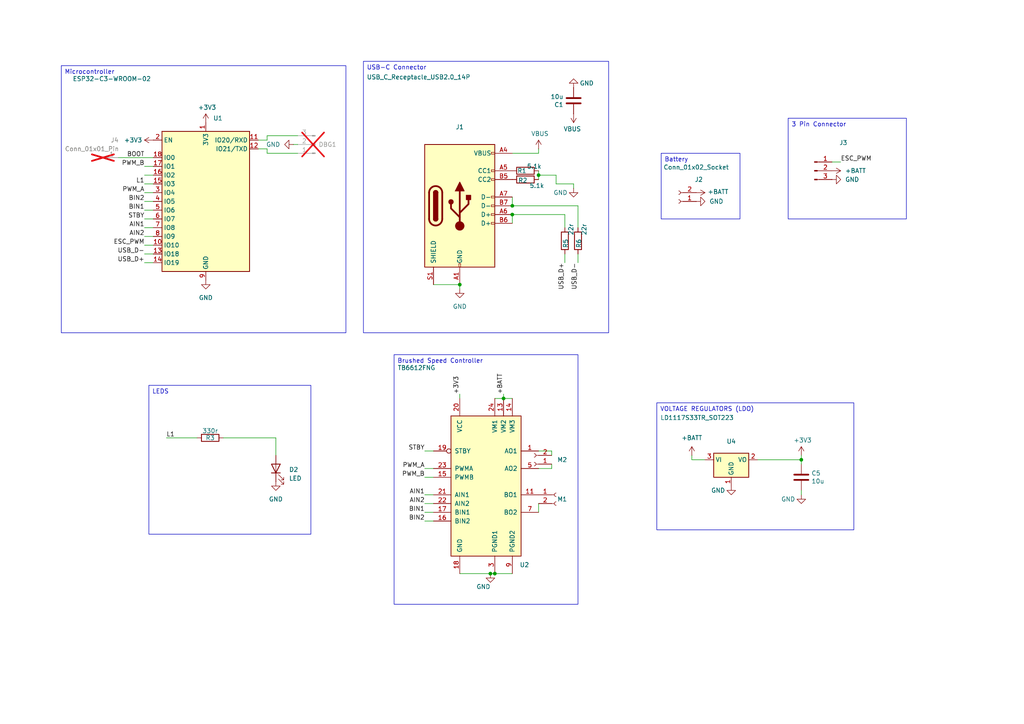
<source format=kicad_sch>
(kicad_sch (version 20250114) (generator "eeschema") (generator_version "9.0")
  (paper "A4")
  (title_block (title "BATTLE BOT BRAIN") (date "2025-07-24"))
  (lib_symbols
    (symbol "Connector:Conn_01x01_Pin" (pin_names (offset 1.016) (hide yes))
      (property "Reference" "J" (at 0 2.54 0))
      (property "Value" "Conn_01x01_Pin" (at 0 -2.54 0))
      (symbol "Conn_01x01_Pin_1_1"
        (rectangle (start 0.8636 0.127) (end 0 -0.127) (stroke (width 0.1524)) (fill (type outline)))
        (polyline (pts (xy 1.27 0) (xy 0.8636 0)) (stroke (width 0.1524)))
        (pin passive line (at 5.08 0 180) (length 3.81) (name "Pin_1") (number "1"))
      )
    )
    (symbol "Connector:Conn_01x02_Socket" (pin_names (offset 1.016) (hide yes))
      (property "Reference" "J" (at 0 2.54 0))
      (property "Value" "Conn_01x02_Socket" (at 0 -5.08 0))
      (symbol "Conn_01x02_Socket_1_1"
        (polyline (pts (xy -1.27 0) (xy -0.508 0)) (stroke (width 0.1524)))
        (polyline (pts (xy -1.27 -2.54) (xy -0.508 -2.54)) (stroke (width 0.1524)))
        (arc (start 0 -0.508) (mid -0.5058 0) (end 0 0.508) (stroke (width 0.1524)))
        (arc (start 0 -3.048) (mid -0.5058 -2.54) (end 0 -2.032) (stroke (width 0.1524)))
        (pin passive line (at -5.08 0 0) (length 3.81) (name "Pin_1") (number "1"))
        (pin passive line (at -5.08 -2.54 0) (length 3.81) (name "Pin_2") (number "2"))
      )
    )
    (symbol "Connector:Conn_01x03_Pin" (pin_names (offset 1.016) (hide yes))
      (property "Reference" "J" (at 0 5.08 0))
      (property "Value" "Conn_01x03_Pin" (at 0 -5.08 0))
      (symbol "Conn_01x03_Pin_1_1"
        (rectangle (start 0.8636 2.667) (end 0 2.413) (stroke (width 0.1524)) (fill (type outline)))
        (rectangle (start 0.8636 0.127) (end 0 -0.127) (stroke (width 0.1524)) (fill (type outline)))
        (rectangle (start 0.8636 -2.413) (end 0 -2.667) (stroke (width 0.1524)) (fill (type outline)))
        (polyline (pts (xy 1.27 2.54) (xy 0.8636 2.54)) (stroke (width 0.1524)))
        (polyline (pts (xy 1.27 0) (xy 0.8636 0)) (stroke (width 0.1524)))
        (polyline (pts (xy 1.27 -2.54) (xy 0.8636 -2.54)) (stroke (width 0.1524)))
        (pin passive line (at 5.08 2.54 180) (length 3.81) (name "Pin_1") (number "1"))
        (pin passive line (at 5.08 0 180) (length 3.81) (name "Pin_2") (number "2"))
        (pin passive line (at 5.08 -2.54 180) (length 3.81) (name "Pin_3") (number "3"))
      )
    )
    (symbol "Connector:USB_C_Receptacle_USB2.0_14P" (pin_names (offset 1.016))
      (property "Reference" "J" (at 0 22.225 0))
      (property "Value" "USB_C_Receptacle_USB2.0_14P" (at 0 19.685 0))
      (symbol "USB_C_Receptacle_USB2.0_14P_0_0"
        (rectangle (start -0.254 -17.78) (end 0.254 -16.764))
        (rectangle (start 10.16 15.494) (end 9.144 14.986))
        (rectangle (start 10.16 10.414) (end 9.144 9.906))
        (rectangle (start 10.16 7.874) (end 9.144 7.366))
        (rectangle (start 10.16 2.794) (end 9.144 2.286))
        (rectangle (start 10.16 0.254) (end 9.144 -0.254))
        (rectangle (start 10.16 -2.286) (end 9.144 -2.794))
        (rectangle (start 10.16 -4.826) (end 9.144 -5.334))
      )
      (symbol "USB_C_Receptacle_USB2.0_14P_0_1"
        (rectangle (start -10.16 17.78) (end 10.16 -17.78) (stroke (width 0.254)) (fill (type background)))
        (polyline (pts (xy -8.89 -3.81) (xy -8.89 3.81)) (stroke (width 0.508)))
        (rectangle (start -7.62 -3.81) (end -6.35 3.81) (stroke (width 0.254)) (fill (type outline)))
        (arc (start -7.62 3.81) (mid -6.985 4.4423) (end -6.35 3.81) (stroke (width 0.254)))
        (arc (start -7.62 3.81) (mid -6.985 4.4423) (end -6.35 3.81) (stroke (width 0.254)) (fill (type outline)))
        (arc (start -8.89 3.81) (mid -6.985 5.7067) (end -5.08 3.81) (stroke (width 0.508)))
        (arc (start -5.08 -3.81) (mid -6.985 -5.7067) (end -8.89 -3.81) (stroke (width 0.508)))
        (arc (start -6.35 -3.81) (mid -6.985 -4.4423) (end -7.62 -3.81) (stroke (width 0.254)))
        (arc (start -6.35 -3.81) (mid -6.985 -4.4423) (end -7.62 -3.81) (stroke (width 0.254)) (fill (type outline)))
        (polyline (pts (xy -5.08 3.81) (xy -5.08 -3.81)) (stroke (width 0.508)))
        (circle (center -2.54 1.143) (radius 0.635) (stroke (width 0.254)) (fill (type outline)))
        (polyline (pts (xy -1.27 4.318) (xy 0 6.858) (xy 1.27 4.318) (xy -1.27 4.318)) (stroke (width 0.254)) (fill (type outline)))
        (polyline (pts (xy 0 -2.032) (xy 2.54 0.508) (xy 2.54 1.778)) (stroke (width 0.508)))
        (polyline (pts (xy 0 -3.302) (xy -2.54 -0.762) (xy -2.54 0.508)) (stroke (width 0.508)))
        (polyline (pts (xy 0 -5.842) (xy 0 4.318)) (stroke (width 0.508)))
        (circle (center 0 -5.842) (radius 1.27) (fill (type outline)))
        (rectangle (start 1.905 1.778) (end 3.175 3.048) (stroke (width 0.254)) (fill (type outline)))
      )
      (symbol "USB_C_Receptacle_USB2.0_14P_1_1"
        (pin passive line (at -7.62 -22.86 90) (length 5.08) (name "SHIELD") (number "S1"))
        (pin passive line (at 0 -22.86 90) (length 5.08) (name "GND") (number "A1"))
        (pin passive line (at 0 -22.86 90) (length 5.08) (hide yes) (name "GND") (number "A12"))
        (pin passive line (at 0 -22.86 90) (length 5.08) (hide yes) (name "GND") (number "B1"))
        (pin passive line (at 0 -22.86 90) (length 5.08) (hide yes) (name "GND") (number "B12"))
        (pin passive line (at 15.24 15.24 180) (length 5.08) (name "VBUS") (number "A4"))
        (pin passive line (at 15.24 15.24 180) (length 5.08) (hide yes) (name "VBUS") (number "A9"))
        (pin passive line (at 15.24 15.24 180) (length 5.08) (hide yes) (name "VBUS") (number "B4"))
        (pin passive line (at 15.24 15.24 180) (length 5.08) (hide yes) (name "VBUS") (number "B9"))
        (pin bidirectional line (at 15.24 10.16 180) (length 5.08) (name "CC1") (number "A5"))
        (pin bidirectional line (at 15.24 7.62 180) (length 5.08) (name "CC2") (number "B5"))
        (pin bidirectional line (at 15.24 2.54 180) (length 5.08) (name "D-") (number "A7"))
        (pin bidirectional line (at 15.24 0 180) (length 5.08) (name "D-") (number "B7"))
        (pin bidirectional line (at 15.24 -2.54 180) (length 5.08) (name "D+") (number "A6"))
        (pin bidirectional line (at 15.24 -5.08 180) (length 5.08) (name "D+") (number "B6"))
      )
    )
    (symbol "Device:C" (pin_numbers (hide yes)) (pin_names (offset 0.254))
      (property "Reference" "C" (at 0.635 2.54 0))
      (property "Value" "C" (at 0.635 -2.54 0))
      (symbol "C_0_1"
        (polyline (pts (xy -2.032 0.762) (xy 2.032 0.762)) (stroke (width 0.508)))
        (polyline (pts (xy -2.032 -0.762) (xy 2.032 -0.762)) (stroke (width 0.508)))
      )
      (symbol "C_1_1"
        (pin passive line (at 0 3.81 270) (length 2.794) (name "~") (number "1"))
        (pin passive line (at 0 -3.81 90) (length 2.794) (name "~") (number "2"))
      )
    )
    (symbol "Device:LED" (pin_numbers (hide yes)) (pin_names (offset 1.016) (hide yes))
      (property "Reference" "D" (at 0 2.54 0))
      (property "Value" "LED" (at 0 -2.54 0))
      (symbol "LED_0_1"
        (polyline (pts (xy -3.048 -0.762) (xy -4.572 -2.286) (xy -3.81 -2.286) (xy -4.572 -2.286) (xy -4.572 -1.524)))
        (polyline (pts (xy -1.778 -0.762) (xy -3.302 -2.286) (xy -2.54 -2.286) (xy -3.302 -2.286) (xy -3.302 -1.524)))
        (polyline (pts (xy -1.27 0) (xy 1.27 0)))
        (polyline (pts (xy -1.27 -1.27) (xy -1.27 1.27)) (stroke (width 0.254)))
        (polyline (pts (xy 1.27 -1.27) (xy 1.27 1.27) (xy -1.27 0) (xy 1.27 -1.27)) (stroke (width 0.254)))
      )
      (symbol "LED_1_1"
        (pin passive line (at -3.81 0 0) (length 2.54) (name "K") (number "1"))
        (pin passive line (at 3.81 0 180) (length 2.54) (name "A") (number "2"))
      )
    )
    (symbol "Device:R" (pin_numbers (hide yes)) (pin_names (offset 0))
      (property "Reference" "R" (at 2.032 0 90))
      (property "Value" "R" (at 0 0 90))
      (symbol "R_0_1"
        (rectangle (start -1.016 -2.54) (end 1.016 2.54) (stroke (width 0.254)))
      )
      (symbol "R_1_1"
        (pin passive line (at 0 3.81 270) (length 1.27) (name "~") (number "1"))
        (pin passive line (at 0 -3.81 90) (length 1.27) (name "~") (number "2"))
      )
    )
    (symbol "Driver_Motor:TB6612FNG" (pin_names (offset 1.016))
      (property "Reference" "U" (at 11.43 17.78 0))
      (property "Value" "TB6612FNG" (at 11.43 15.24 0))
      (symbol "TB6612FNG_0_1"
        (rectangle (start -10.16 20.32) (end 10.16 -20.32) (stroke (width 0.254)) (fill (type background)))
      )
      (symbol "TB6612FNG_1_1"
        (pin input inverted (at -15.24 10.16 0) (length 5.08) (name "STBY") (number "19"))
        (pin input line (at -15.24 5.08 0) (length 5.08) (name "PWMA") (number "23"))
        (pin input line (at -15.24 2.54 0) (length 5.08) (name "PWMB") (number "15"))
        (pin input line (at -15.24 -2.54 0) (length 5.08) (name "AIN1") (number "21"))
        (pin input line (at -15.24 -5.08 0) (length 5.08) (name "AIN2") (number "22"))
        (pin input line (at -15.24 -7.62 0) (length 5.08) (name "BIN1") (number "17"))
        (pin input line (at -15.24 -10.16 0) (length 5.08) (name "BIN2") (number "16"))
        (pin power_in line (at -7.62 25.4 270) (length 5.08) (name "VCC") (number "20"))
        (pin power_in line (at -7.62 -25.4 90) (length 5.08) (name "GND") (number "18"))
        (pin power_in line (at 2.54 25.4 270) (length 5.08) (name "VM1") (number "24"))
        (pin power_in line (at 2.54 -25.4 90) (length 5.08) (name "PGND1") (number "3"))
        (pin passive line (at 2.54 -25.4 90) (length 5.08) (hide yes) (name "PGND1") (number "4"))
        (pin power_in line (at 5.08 25.4 270) (length 5.08) (name "VM2") (number "13"))
        (pin power_in line (at 7.62 25.4 270) (length 5.08) (name "VM3") (number "14"))
        (pin passive line (at 7.62 -25.4 90) (length 5.08) (hide yes) (name "PGND2") (number "10"))
        (pin power_in line (at 7.62 -25.4 90) (length 5.08) (name "PGND2") (number "9"))
        (pin output line (at 15.24 10.16 180) (length 5.08) (name "AO1") (number "1"))
        (pin passive line (at 15.24 10.16 180) (length 5.08) (hide yes) (name "AO1") (number "2"))
        (pin output line (at 15.24 5.08 180) (length 5.08) (name "AO2") (number "5"))
        (pin passive line (at 15.24 5.08 180) (length 5.08) (hide yes) (name "AO2") (number "6"))
        (pin output line (at 15.24 -2.54 180) (length 5.08) (name "BO1") (number "11"))
        (pin passive line (at 15.24 -2.54 180) (length 5.08) (hide yes) (name "BO1") (number "12"))
        (pin output line (at 15.24 -7.62 180) (length 5.08) (name "BO2") (number "7"))
        (pin passive line (at 15.24 -7.62 180) (length 5.08) (hide yes) (name "BO2") (number "8"))
      )
    )
    (symbol "RF_Module:ESP32-C3-WROOM-02"
      (property "Reference" "U" (at -12.192 21.336 0))
      (property "Value" "ESP32-C3-WROOM-02" (at 12.192 21.336 0))
      (symbol "ESP32-C3-WROOM-02_1_1"
        (rectangle (start -12.7 20.32) (end 12.7 -20.32) (stroke (width 0.254)) (fill (type background)))
        (pin input line (at -15.24 17.78 0) (length 2.54) (name "EN") (number "2"))
        (pin bidirectional line (at -15.24 12.7 0) (length 2.54) (name "IO0") (number "18"))
        (pin bidirectional line (at -15.24 10.16 0) (length 2.54) (name "IO1") (number "17"))
        (pin bidirectional line (at -15.24 7.62 0) (length 2.54) (name "IO2") (number "16"))
        (pin bidirectional line (at -15.24 5.08 0) (length 2.54) (name "IO3") (number "15"))
        (pin bidirectional line (at -15.24 2.54 0) (length 2.54) (name "IO4") (number "3"))
        (pin bidirectional line (at -15.24 0 0) (length 2.54) (name "IO5") (number "4"))
        (pin bidirectional line (at -15.24 -2.54 0) (length 2.54) (name "IO6") (number "5"))
        (pin bidirectional line (at -15.24 -5.08 0) (length 2.54) (name "IO7") (number "6"))
        (pin bidirectional line (at -15.24 -7.62 0) (length 2.54) (name "IO8") (number "7"))
        (pin bidirectional line (at -15.24 -10.16 0) (length 2.54) (name "IO9") (number "8"))
        (pin bidirectional line (at -15.24 -12.7 0) (length 2.54) (name "IO10") (number "10"))
        (pin bidirectional line (at -15.24 -15.24 0) (length 2.54) (name "IO18") (number "13"))
        (pin bidirectional line (at -15.24 -17.78 0) (length 2.54) (name "IO19") (number "14"))
        (pin power_in line (at 0 22.86 270) (length 2.54) (name "3V3") (number "1"))
        (pin passive line (at 0 -22.86 90) (length 2.54) (hide yes) (name "GND") (number "19"))
        (pin power_in line (at 0 -22.86 90) (length 2.54) (name "GND") (number "9"))
        (pin bidirectional line (at 15.24 17.78 180) (length 2.54) (name "IO20/RXD") (number "11"))
        (pin bidirectional line (at 15.24 15.24 180) (length 2.54) (name "IO21/TXD") (number "12"))
      )
    )
    (symbol "Regulator_Linear:LD1117S33TR_SOT223"
      (property "Reference" "U" (at -3.81 3.175 0))
      (property "Value" "LD1117S33TR_SOT223" (at 0 3.175 0))
      (symbol "LD1117S33TR_SOT223_0_1"
        (rectangle (start -5.08 -5.08) (end 5.08 1.905) (stroke (width 0.254)) (fill (type background)))
      )
      (symbol "LD1117S33TR_SOT223_1_1"
        (pin power_in line (at -7.62 0 0) (length 2.54) (name "VI") (number "3"))
        (pin power_in line (at 0 -7.62 90) (length 2.54) (name "GND") (number "1"))
        (pin power_out line (at 7.62 0 180) (length 2.54) (name "VO") (number "2"))
      )
    )
    (symbol "power:+3V3" (power) (pin_numbers (hide yes)) (pin_names (offset 0) (hide yes))
      (property "Value" "+3V3" (at 0 3.556 0))
      (symbol "+3V3_0_1"
        (polyline (pts (xy -0.762 1.27) (xy 0 2.54)))
        (polyline (pts (xy 0 2.54) (xy 0.762 1.27)))
        (polyline (pts (xy 0 0) (xy 0 2.54)))
      )
      (symbol "+3V3_1_1"
        (pin power_in line (at 0 0 90) (length 0) (name "~") (number "1"))
      )
    )
    (symbol "power:+BATT" (power) (pin_numbers (hide yes)) (pin_names (offset 0) (hide yes))
      (property "Value" "+BATT" (at 0 3.556 0))
      (symbol "+BATT_0_1"
        (polyline (pts (xy -0.762 1.27) (xy 0 2.54)))
        (polyline (pts (xy 0 2.54) (xy 0.762 1.27)))
        (polyline (pts (xy 0 0) (xy 0 2.54)))
      )
      (symbol "+BATT_1_1"
        (pin power_in line (at 0 0 90) (length 0) (name "~") (number "1"))
      )
    )
    (symbol "power:GND" (power) (pin_numbers (hide yes)) (pin_names (offset 0) (hide yes))
      (property "Value" "GND" (at 0 -3.81 0))
      (symbol "GND_0_1"
        (polyline (pts (xy 0 0) (xy 0 -1.27) (xy 1.27 -1.27) (xy 0 -2.54) (xy -1.27 -1.27) (xy 0 -1.27)))
      )
      (symbol "GND_1_1"
        (pin power_in line (at 0 0 270) (length 0) (name "~") (number "1"))
      )
    )
    (symbol "power:VBUS" (power) (pin_numbers (hide yes)) (pin_names (offset 0) (hide yes))
      (property "Value" "VBUS" (at 0 3.556 0))
      (symbol "VBUS_0_1"
        (polyline (pts (xy -0.762 1.27) (xy 0 2.54)))
        (polyline (pts (xy 0 2.54) (xy 0.762 1.27)))
        (polyline (pts (xy 0 0) (xy 0 2.54)))
      )
      (symbol "VBUS_1_1"
        (pin power_in line (at 0 0 90) (length 0) (name "~") (number "1"))
      )
    )
  )
  (text_box "USB-C Connector" (at 105.41 17.78 0) (size 71.12 78.74) (margins 0.9525 0.9525 0.9525 0.9525) (effects (font (size 1.27 1.27)) (justify left top)))
  (text_box "Microcontroller" (at 17.78 19.05 0) (size 82.55 77.47) (margins 0.9525 0.9525 0.9525 0.9525) (effects (font (size 1.27 1.27)) (justify left top)))
  (text_box "Battery" (at 191.77 44.45 0) (size 22.86 19.05) (margins 0.9525 0.9525 0.9525 0.9525) (effects (font (size 1.27 1.27)) (justify left top)))
  (text_box "Brushed Speed Controller" (at 114.3 102.87 0) (size 53.34 72.39) (margins 0.9525 0.9525 0.9525 0.9525) (effects (font (size 1.27 1.27)) (justify left top)))
  (text_box "VOLTAGE REGULATORS (LDO)" (at 190.5 116.84 0) (size 57.15 36.83) (margins 0.9525 0.9525 0.9525 0.9525) (effects (font (size 1.27 1.27)) (justify left top)))
  (text_box "3 Pin Connector" (at 228.6 34.29 0) (size 34.29 29.21) (margins 0.9525 0.9525 0.9525 0.9525) (effects (font (size 1.27 1.27)) (justify left top)))
  (text_box "LEDS" (at 43.18 111.76 0) (size 46.99 43.18) (margins 0.9525 0.9525 0.9525 0.9525) (effects (font (size 1.27 1.27)) (justify left top)))
  (junction (at 148.59 62.23))
  (junction (at 156.21 50.8))
  (junction (at 146.05 115.57))
  (junction (at 148.59 59.69))
  (junction (at 133.35 82.55))
  (junction (at 143.51 166.37))
  (junction (at 232.41 133.35))
  (junction (at 142.24 166.37))
  (wire (pts (xy 41.91 53.34) (xy 44.45 53.34)))
  (wire (pts (xy 160.02 135.89) (xy 160.02 134.62)))
  (wire (pts (xy 161.29 50.8) (xy 156.21 50.8)))
  (wire (pts (xy 156.21 49.53) (xy 156.21 50.8)))
  (wire (pts (xy 156.21 50.8) (xy 156.21 52.07)))
  (wire (pts (xy 167.64 59.69) (xy 167.64 66.04)))
  (wire (pts (xy 64.77 127) (xy 80.01 127)))
  (wire (pts (xy 86.36 41.91) (xy 85.09 41.91)))
  (wire (pts (xy 156.21 130.81) (xy 160.02 130.81)))
  (wire (pts (xy 200.66 133.35) (xy 204.47 133.35)))
  (wire (pts (xy 166.37 53.34) (xy 166.37 54.61)))
  (wire (pts (xy 156.21 135.89) (xy 160.02 135.89)))
  (wire (pts (xy 41.91 55.88) (xy 44.45 55.88)))
  (wire (pts (xy 133.35 83.82) (xy 133.35 82.55)))
  (wire (pts (xy 146.05 115.57) (xy 148.59 115.57)))
  (wire (pts (xy 41.91 48.26) (xy 44.45 48.26)))
  (wire (pts (xy 41.91 66.04) (xy 44.45 66.04)))
  (wire (pts (xy 133.35 166.37) (xy 142.24 166.37)))
  (wire (pts (xy 123.19 151.13) (xy 125.73 151.13)))
  (wire (pts (xy 148.59 62.23) (xy 163.83 62.23)))
  (wire (pts (xy 41.91 73.66) (xy 44.45 73.66)))
  (wire (pts (xy 74.93 43.18) (xy 77.47 43.18)))
  (wire (pts (xy 160.02 130.81) (xy 160.02 132.08)))
  (wire (pts (xy 48.26 127) (xy 57.15 127)))
  (wire (pts (xy 163.83 62.23) (xy 163.83 66.04)))
  (wire (pts (xy 146.05 114.3) (xy 146.05 115.57)))
  (wire (pts (xy 123.19 143.51) (xy 125.73 143.51)))
  (wire (pts (xy 86.36 39.37) (xy 77.47 39.37)))
  (wire (pts (xy 232.41 132.08) (xy 232.41 133.35)))
  (wire (pts (xy 156.21 146.05) (xy 156.21 148.59)))
  (wire (pts (xy 41.91 76.2) (xy 44.45 76.2)))
  (wire (pts (xy 123.19 138.43) (xy 125.73 138.43)))
  (wire (pts (xy 34.29 45.72) (xy 44.45 45.72)))
  (wire (pts (xy 125.73 82.55) (xy 133.35 82.55)))
  (wire (pts (xy 41.91 60.96) (xy 44.45 60.96)))
  (wire (pts (xy 163.83 73.66) (xy 163.83 76.2)))
  (wire (pts (xy 123.19 130.81) (xy 125.73 130.81)))
  (wire (pts (xy 41.91 58.42) (xy 44.45 58.42)))
  (wire (pts (xy 77.47 40.64) (xy 74.93 40.64)))
  (wire (pts (xy 143.51 115.57) (xy 146.05 115.57)))
  (wire (pts (xy 232.41 142.24) (xy 232.41 143.51)))
  (wire (pts (xy 148.59 59.69) (xy 167.64 59.69)))
  (wire (pts (xy 142.24 166.37) (xy 143.51 166.37)))
  (wire (pts (xy 166.37 53.34) (xy 161.29 53.34)))
  (wire (pts (xy 41.91 63.5) (xy 44.45 63.5)))
  (wire (pts (xy 161.29 53.34) (xy 161.29 50.8)))
  (wire (pts (xy 200.66 132.08) (xy 200.66 133.35)))
  (wire (pts (xy 148.59 59.69) (xy 148.59 57.15)))
  (wire (pts (xy 167.64 73.66) (xy 167.64 76.2)))
  (wire (pts (xy 133.35 114.3) (xy 133.35 115.57)))
  (wire (pts (xy 41.91 71.12) (xy 44.45 71.12)))
  (wire (pts (xy 80.01 127) (xy 80.01 132.08)))
  (wire (pts (xy 219.71 133.35) (xy 232.41 133.35)))
  (wire (pts (xy 243.84 46.99) (xy 241.3 46.99)))
  (wire (pts (xy 77.47 39.37) (xy 77.47 40.64)))
  (wire (pts (xy 77.47 43.18) (xy 77.47 44.45)))
  (wire (pts (xy 148.59 62.23) (xy 148.59 64.77)))
  (wire (pts (xy 41.91 68.58) (xy 44.45 68.58)))
  (wire (pts (xy 41.91 50.8) (xy 44.45 50.8)))
  (wire (pts (xy 148.59 44.45) (xy 156.21 44.45)))
  (wire (pts (xy 123.19 146.05) (xy 125.73 146.05)))
  (wire (pts (xy 143.51 166.37) (xy 148.59 166.37)))
  (wire (pts (xy 123.19 148.59) (xy 125.73 148.59)))
  (wire (pts (xy 77.47 44.45) (xy 86.36 44.45)))
  (wire (pts (xy 123.19 135.89) (xy 125.73 135.89)))
  (wire (pts (xy 156.21 43.18) (xy 156.21 44.45)))
  (wire (pts (xy 232.41 133.35) (xy 232.41 134.62)))
  (label "PWM_A" (at 123.19 135.89 180))
  (label "STBY" (at 41.91 63.5 180))
  (label "USB_D-" (at 167.64 76.2 270))
  (label "PWM_A" (at 41.91 55.88 180))
  (label "BIN2" (at 41.91 58.42 180))
  (label "+3V3" (at 133.35 114.3 90))
  (label "L1" (at 41.91 53.34 180))
  (label "ESC_PWM" (at 243.84 46.99 0))
  (label "AIN2" (at 41.91 68.58 180))
  (label "L1" (at 48.26 127 0))
  (label "USB_D+" (at 41.91 76.2 180))
  (label "BIN2" (at 123.19 151.13 180))
  (label "AIN1" (at 41.91 66.04 180))
  (label "BOOT" (at 41.91 45.72 180))
  (label "PWM_B" (at 123.19 138.43 180))
  (label "STBY" (at 123.19 130.81 180))
  (label "USB_D-" (at 41.91 73.66 180))
  (label "ESC_PWM" (at 41.91 71.12 180))
  (label "AIN2" (at 123.19 146.05 180))
  (label "BIN1" (at 41.91 60.96 180))
  (label "USB_D+" (at 163.83 76.2 270))
  (label "PWM_B" (at 41.91 48.26 180))
  (label "BIN1" (at 123.19 148.59 180))
  (label "+BATT" (at 146.05 114.3 90))
  (label "AIN1" (at 123.19 143.51 180))
  (symbol (lib_id "power:GND") (at 166.37 54.61 0) (unit 1)
    (property "Reference" "#PWR02" (effects (hide yes)))
    (property "Value" "GND" (at 162.56 55.88 0))
    (property "Description" "Power symbol creates a global label with name \"GND\" , ground" (effects (hide yes)))
  )
  (symbol (lib_id "power:+BATT") (at 200.66 132.08 0) (unit 1)
    (property "Reference" "#PWR066" (effects (hide yes)))
    (property "Value" "+BATT" (at 200.66 127 0))
    (property "Description" "Power symbol creates a global label with name \"+BATT\"" (effects (hide yes)))
  )
  (symbol (lib_id "power:+3V3") (at 232.41 132.08 0) (unit 1)
    (property "Reference" "#PWR010" (effects (hide yes)))
    (property "Value" "+3V3" (at 232.791 127.6858 0))
    (property "Description" "Power symbol creates a global label with name \"+3V3\"" (effects (hide yes)))
  )
  (symbol (lib_id "Connector:Conn_01x03_Pin") (at 236.22 49.53 0) (unit 1)
    (property "Reference" "J3" (at 244.602 41.402 0))
    (property "Value" "Conn_01x03_Pin" (effects (hide yes)))
    (property "Footprint" "Connector_PinHeader_2.00mm:PinHeader_1x03_P2.00mm_Vertical" (effects (hide yes)))
    (property "Description" "Generic connector, single row, 01x03, script generated" (effects (hide yes)))
  )
  (symbol (lib_id "power:+BATT") (at 201.93 55.88 270) (unit 1)
    (property "Reference" "#PWR04" (effects (hide yes)))
    (property "Value" "+BATT" (at 208.28 55.626 90))
    (property "Description" "Power symbol creates a global label with name \"+BATT\"" (effects (hide yes)))
  )
  (symbol (lib_id "Device:R") (at 167.64 69.85 0) (unit 1)
    (property "Reference" "R6" (at 167.894 70.612 90))
    (property "Value" "22r" (at 169.418 66.548 90))
    (property "Footprint" "Resistor_SMD:R_0402_1005Metric_Pad0.72x0.64mm_HandSolder" (effects (hide yes)))
    (property "Description" "Resistor" (effects (hide yes)))
    (property "LCSC" "C105872" (effects (hide yes)))
  )
  (symbol (lib_id "Regulator_Linear:LD1117S33TR_SOT223") (at 212.09 133.35 0) (unit 1)
    (property "Reference" "U4" (at 212.09 128.016 0))
    (property "Value" "LD1117S33TR_SOT223" (at 202.184 121.158 0))
    (property "Footprint" "Package_TO_SOT_SMD:SOT-223-3_TabPin2" (effects (hide yes)))
    (property "Datasheet" "http://www.st.com/st-web-ui/static/active/en/resource/technical/document/datasheet/CD00000544.pdf" (effects (hide yes)))
    (property "Description" "800mA Fixed Low Drop Positive Voltage Regulator, Fixed Output 3.3V, SOT-223" (effects (hide yes)))
  )
  (symbol (lib_id "Device:R") (at 60.96 127 90) (unit 1)
    (property "Reference" "R3" (at 60.96 127 90))
    (property "Value" "330r" (at 60.96 124.968 90))
    (property "Footprint" "Resistor_SMD:R_0402_1005Metric" (effects (hide yes)))
    (property "Description" "Resistor" (effects (hide yes)))
  )
  (symbol (lib_id "Device:R") (at 152.4 52.07 270) (unit 1)
    (property "Reference" "R2" (at 151.638 52.324 90))
    (property "Value" "5.1k" (at 155.702 53.848 90))
    (property "Footprint" "Resistor_SMD:R_0402_1005Metric_Pad0.72x0.64mm_HandSolder" (effects (hide yes)))
    (property "Description" "Resistor" (effects (hide yes)))
    (property "LCSC" "C105872" (effects (hide yes)))
  )
  (symbol (lib_id "power:VBUS") (at 166.37 33.02 180) (unit 1)
    (property "Reference" "#PWR067" (effects (hide yes)))
    (property "Value" "VBUS" (at 165.989 37.4142 0))
    (property "Description" "Power symbol creates a global label with name \"VBUS\"" (effects (hide yes)))
  )
  (symbol (lib_id "power:GND") (at 133.35 83.82 0) (unit 1)
    (property "Reference" "#PWR016" (effects (hide yes)))
    (property "Value" "GND" (at 133.35 88.9 0))
    (property "Description" "Power symbol creates a global label with name \"GND\" , ground" (effects (hide yes)))
  )
  (symbol (lib_id "Connector:Conn_01x01_Pin") (at 29.21 45.72 0) (unit 1) (in_bom no) (dnp yes)
    (property "Reference" "J4" (at 33.274 40.64 0))
    (property "Value" "Conn_01x01_Pin" (at 26.67 43.18 0))
    (property "Footprint" "Connector_PinSocket_2.54mm:PinSocket_1x01_P2.54mm_Vertical" (effects (hide yes)))
    (property "Description" "Generic connector, single row, 01x01, script generated" (effects (hide yes)))
  )
  (symbol (lib_id "power:+3V3") (at 59.69 35.56 0) (unit 1)
    (property "Reference" "#PWR03" (effects (hide yes)))
    (property "Value" "+3V3" (at 60.071 31.1658 0))
    (property "Description" "Power symbol creates a global label with name \"+3V3\"" (effects (hide yes)))
  )
  (symbol (lib_id "Connector:USB_C_Receptacle_USB2.0_14P") (at 133.35 59.69 0) (unit 1)
    (property "Reference" "J1" (at 133.35 36.83 0))
    (property "Value" "USB_C_Receptacle_USB2.0_14P" (at 121.412 22.352 0))
    (property "Footprint" "Connector_USB:USB_C_Receptacle_HRO_TYPE-C-31-M-12" (effects (hide yes)))
    (property "Datasheet" "https://www.usb.org/sites/default/files/documents/usb_type-c.zip" (effects (hide yes)))
    (property "Description" "USB 2.0-only 14P Type-C Receptacle connector" (effects (hide yes)))
    (property "LCSC" "C165948" (effects (hide yes)))
  )
  (symbol (lib_id "Device:R") (at 163.83 69.85 0) (unit 1)
    (property "Reference" "R5" (at 164.084 70.612 90))
    (property "Value" "22r" (at 165.608 66.548 90))
    (property "Footprint" "Resistor_SMD:R_0402_1005Metric_Pad0.72x0.64mm_HandSolder" (effects (hide yes)))
    (property "Description" "Resistor" (effects (hide yes)))
    (property "LCSC" "C105872" (effects (hide yes)))
  )
  (symbol (lib_id "power:GND") (at 85.09 41.91 270) (unit 1)
    (property "Reference" "#PWR013" (effects (hide yes)))
    (property "Value" "GND" (at 81.28 41.9099 90) (effects (justify right)))
    (property "Description" "Power symbol creates a global label with name \"GND\" , ground" (effects (hide yes)))
  )
  (symbol (lib_id "Connector:Conn_01x02_Socket") (at 161.29 143.51 0) (unit 1)
    (property "Reference" "M1" (at 163.068 144.78 0))
    (property "Value" "Conn_01x02_Socket" (effects (hide yes)))
    (property "Footprint" "Connector_JST:JST_SH_BM02B-SRSS-TB_1x02-1MP_P1.00mm_Vertical" (effects (hide yes)))
    (property "Description" "Generic connector, single row, 01x02, script generated" (effects (hide yes)))
  )
  (symbol (lib_id "power:GND") (at 80.01 139.7 0) (unit 1)
    (property "Reference" "#PWR022" (effects (hide yes)))
    (property "Value" "GND" (at 80.01 144.78 0))
    (property "Description" "Power symbol creates a global label with name \"GND\" , ground" (effects (hide yes)))
  )
  (symbol (lib_id "Connector:Conn_01x02_Socket") (at 154.94 134.62 180) (unit 1)
    (property "Reference" "M2" (at 163.068 133.35 0))
    (property "Value" "Conn_01x02_Socket" (effects (hide yes)))
    (property "Footprint" "Connector_JST:JST_SH_BM02B-SRSS-TB_1x02-1MP_P1.00mm_Vertical" (effects (hide yes)))
    (property "Description" "Generic connector, single row, 01x02, script generated" (effects (hide yes)))
  )
  (symbol (lib_id "Connector:Conn_01x02_Socket") (at 196.85 58.42 180) (unit 1)
    (property "Reference" "J2" (at 202.692 52.07 0))
    (property "Value" "Conn_01x02_Socket" (at 201.93 48.514 0))
    (property "Footprint" "Connector_AMASS:AMASS_XT30U-F_1x02_P5.0mm_Vertical" (effects (hide yes)))
    (property "Description" "Generic connector, single row, 01x02, script generated" (effects (hide yes)))
  )
  (symbol (lib_id "power:+BATT") (at 241.3 49.53 270) (unit 1)
    (property "Reference" "#PWR06" (effects (hide yes)))
    (property "Value" "+BATT" (at 245.11 49.5299 90) (effects (justify left)))
    (property "Description" "Power symbol creates a global label with name \"+BATT\"" (effects (hide yes)))
  )
  (symbol (lib_id "Device:R") (at 152.4 49.53 270) (unit 1)
    (property "Reference" "R1" (at 151.384 49.53 90))
    (property "Value" "5.1k" (at 154.94 48.26 90))
    (property "Footprint" "Resistor_SMD:R_0402_1005Metric_Pad0.72x0.64mm_HandSolder" (effects (hide yes)))
    (property "Description" "Resistor" (effects (hide yes)))
    (property "LCSC" "C105872" (effects (hide yes)))
  )
  (symbol (lib_id "power:GND") (at 232.41 143.51 0) (unit 1)
    (property "Reference" "#PWR011" (effects (hide yes)))
    (property "Value" "GND" (at 228.6 144.78 0))
    (property "Description" "Power symbol creates a global label with name \"GND\" , ground" (effects (hide yes)))
  )
  (symbol (lib_id "power:VBUS") (at 156.21 43.18 0) (unit 1)
    (property "Reference" "#PWR01" (effects (hide yes)))
    (property "Value" "VBUS" (at 156.591 38.7858 0))
    (property "Description" "Power symbol creates a global label with name \"VBUS\"" (effects (hide yes)))
  )
  (symbol (lib_id "power:GND") (at 142.24 166.37 0) (unit 1)
    (property "Reference" "#PWR014" (effects (hide yes)))
    (property "Value" "GND" (at 140.208 170.18 0))
    (property "Description" "Power symbol creates a global label with name \"GND\" , ground" (effects (hide yes)))
  )
  (symbol (lib_id "Device:C") (at 166.37 29.21 180) (unit 1)
    (property "Reference" "C1" (at 163.449 30.3784 0) (effects (justify left)))
    (property "Value" "10u" (at 163.449 28.067 0) (effects (justify left)))
    (property "Footprint" "Capacitor_SMD:C_0805_2012Metric" (effects (hide yes)))
    (property "Description" "Unpolarized capacitor" (effects (hide yes)))
    (property "LCSC" "C408141" (effects (hide yes)))
  )
  (symbol (lib_id "Device:LED") (at 80.01 135.89 90) (unit 1)
    (property "Reference" "D2" (at 83.82 136.2074 90) (effects (justify right)))
    (property "Value" "LED" (at 83.82 138.7474 90) (effects (justify right)))
    (property "Footprint" "LED_SMD:LED_0402_1005Metric" (effects (hide yes)))
    (property "Description" "Light emitting diode" (effects (hide yes)))
    (property "Sim.Pins" "1=K 2=A" (effects (hide yes)))
  )
  (symbol (lib_id "Connector:Conn_01x03_Pin") (at 91.44 41.91 180) (unit 1) (in_bom no) (dnp yes)
    (property "Reference" "DBG1" (at 94.996 41.91 0))
    (property "Value" "Conn_01x03_Pin" (effects (hide yes)))
    (property "Footprint" "Connector_PinHeader_2.00mm:PinHeader_1x03_P2.00mm_Vertical" (effects (hide yes)))
    (property "Description" "Generic connector, single row, 01x03, script generated" (effects (hide yes)))
  )
  (symbol (lib_id "power:GND") (at 166.37 25.4 180) (unit 1)
    (property "Reference" "#PWR068" (effects (hide yes)))
    (property "Value" "GND" (at 170.18 24.13 0))
    (property "Description" "Power symbol creates a global label with name \"GND\" , ground" (effects (hide yes)))
  )
  (symbol (lib_id "power:+3V3") (at 44.45 40.64 90) (unit 1)
    (property "Reference" "#PWR012" (effects (hide yes)))
    (property "Value" "+3V3" (at 38.608 40.64 90))
    (property "Description" "Power symbol creates a global label with name \"+3V3\"" (effects (hide yes)))
  )
  (symbol (lib_id "Device:C") (at 232.41 138.43 0) (unit 1)
    (property "Reference" "C5" (at 235.331 137.2616 0) (effects (justify left)))
    (property "Value" "10u" (at 235.331 139.573 0) (effects (justify left)))
    (property "Footprint" "Capacitor_SMD:C_0805_2012Metric" (effects (hide yes)))
    (property "Description" "Unpolarized capacitor" (effects (hide yes)))
    (property "LCSC" "C408141" (effects (hide yes)))
  )
  (symbol (lib_id "power:GND") (at 212.09 140.97 0) (unit 1)
    (property "Reference" "#PWR05" (effects (hide yes)))
    (property "Value" "GND" (at 208.28 142.24 0))
    (property "Description" "Power symbol creates a global label with name \"GND\" , ground" (effects (hide yes)))
  )
  (symbol (lib_id "power:GND") (at 241.3 52.07 90) (unit 1)
    (property "Reference" "#PWR08" (effects (hide yes)))
    (property "Value" "GND" (at 245.11 52.0699 90) (effects (justify right)))
    (property "Description" "Power symbol creates a global label with name \"GND\" , ground" (effects (hide yes)))
  )
  (symbol (lib_id "Driver_Motor:TB6612FNG") (at 140.97 140.97 0) (unit 1)
    (property "Reference" "U2" (at 150.7333 163.83 0) (effects (justify left)))
    (property "Value" "TB6612FNG" (at 115.316 106.68 0) (effects (justify left)))
    (property "Footprint" "Package_SO:SSOP-24_5.3x8.2mm_P0.65mm" (effects (hide yes)))
    (property "Datasheet" "https://toshiba.semicon-storage.com/us/product/linear/motordriver/detail.TB6612FNG.html" (effects (hide yes)))
    (property "Description" "Driver IC for Dual DC motor, SSOP-24" (effects (hide yes)))
  )
  (symbol (lib_id "power:GND") (at 201.93 58.42 90) (unit 1)
    (property "Reference" "#PWR07" (effects (hide yes)))
    (property "Value" "GND" (at 205.74 58.4199 90) (effects (justify right)))
    (property "Description" "Power symbol creates a global label with name \"GND\" , ground" (effects (hide yes)))
  )
  (symbol (lib_id "power:GND") (at 59.69 81.28 0) (unit 1)
    (property "Reference" "#PWR09" (effects (hide yes)))
    (property "Value" "GND" (at 59.69 86.36 0))
    (property "Description" "Power symbol creates a global label with name \"GND\" , ground" (effects (hide yes)))
  )
  (symbol (lib_id "RF_Module:ESP32-C3-WROOM-02") (at 59.69 58.42 0) (unit 1)
    (property "Reference" "U1" (at 61.8333 34.29 0) (effects (justify left)))
    (property "Value" "ESP32-C3-WROOM-02" (at 21.082 22.86 0) (effects (justify left)))
    (property "Footprint" "RF_Module:ESP32-C3-WROOM-02" (effects (hide yes)))
    (property "Datasheet" "https://www.espressif.com/sites/default/files/documentation/esp32-c3-wroom-02_datasheet_en.pdf" (effects (hide yes)))
    (property "Description" "802.11 b/g/n Wi­Fi and Bluetooth 5 module, ESP32­C3 SoC, RISC­V microprocessor, On-board antenna" (effects (hide yes)))
  )
)
</source>
